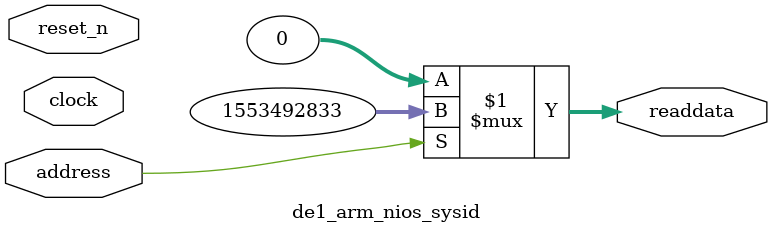
<source format=v>



// synthesis translate_off
`timescale 1ns / 1ps
// synthesis translate_on

// turn off superfluous verilog processor warnings 
// altera message_level Level1 
// altera message_off 10034 10035 10036 10037 10230 10240 10030 

module de1_arm_nios_sysid (
               // inputs:
                address,
                clock,
                reset_n,

               // outputs:
                readdata
             )
;

  output  [ 31: 0] readdata;
  input            address;
  input            clock;
  input            reset_n;

  wire    [ 31: 0] readdata;
  //control_slave, which is an e_avalon_slave
  assign readdata = address ? 1553492833 : 0;

endmodule



</source>
